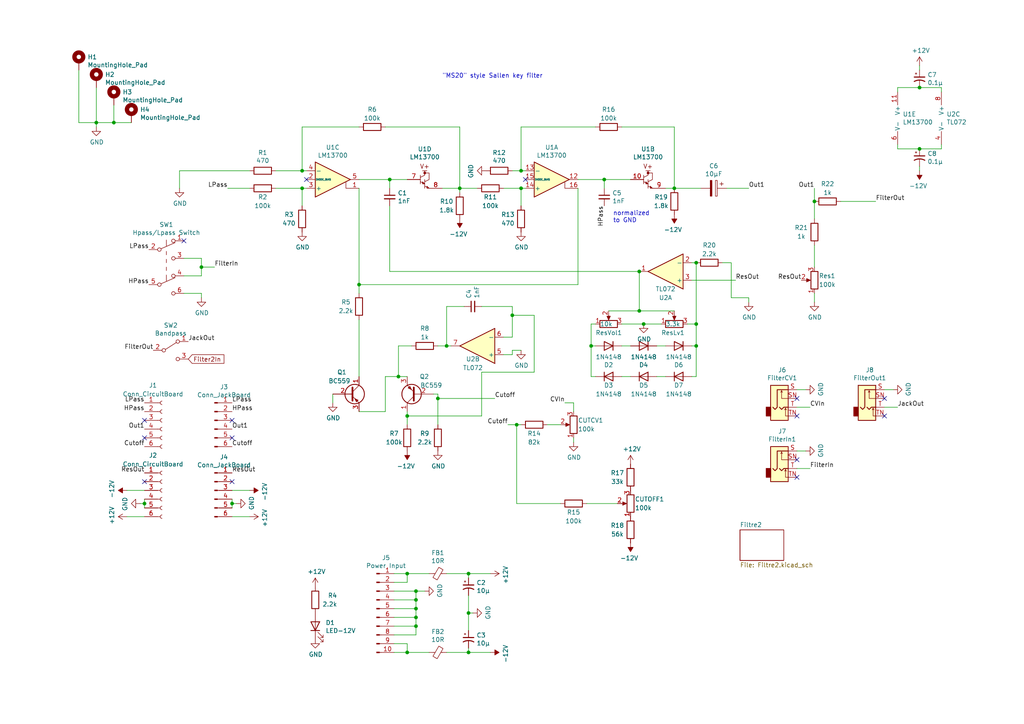
<source format=kicad_sch>
(kicad_sch (version 20211123) (generator eeschema)
  (paper "A4")
  (lib_symbols
    (symbol "Amplifier_Operational:LM13700" (pin_names (offset 0.127))
      (property "Reference" "U" (at 3.81 5.08 0))
      (property "Value" "LM13700" (at 5.08 -5.08 0))
      (symbol "LM13700_1_1"
        (pin output line (at 7.62 0 180) (length 2.54) (name "~") (number "12"))
        (pin input line (at -7.62 2.54 0) (length 2.54) (name "-") (number "13"))
        (pin input line (at -7.62 -2.54 0) (length 2.54) (name "+") (number "14"))
        (pin input line (at -7.62 0 0) (length 2.54) (name "DIODE_BIAS") (number "15"))
        (pin input line (at 7.62 -2.54 180) (length 2.54) (name "~") (number "16"))
      )
      (symbol "LM13700_2_1"
        (text "V+" (at -2.54 3.81 0) (effects (font (size 1.27 1.27))))
        (pin input line (at -7.62 0 0) (length 3.81) (name "~") (number "10"))
        (pin output line (at 2.54 -2.54 180) (length 3.81) (name "~") (number "9"))
      )
      (symbol "LM13700_3_1"
        (pin input line (at 7.62 -2.54 180) (length 2.54) (name "~") (number "1"))
        (pin input line (at -7.62 0 0) (length 2.54) (name "DIODE_BIAS") (number "2"))
        (pin input line (at -7.62 -2.54 0) (length 2.54) (name "+") (number "3"))
        (pin input line (at -7.62 2.54 0) (length 2.54) (name "-") (number "4"))
        (pin output line (at 7.62 0 180) (length 2.54) (name "~") (number "5"))
      )
      (symbol "LM13700_4_0"
        (text "V+" (at -2.54 3.81 0) (effects (font (size 1.27 1.27))))
      )
      (symbol "LM13700_4_1"
        (pin input line (at -7.62 0 0) (length 3.81) (name "~") (number "7"))
        (pin output line (at 2.54 -2.54 180) (length 3.81) (name "~") (number "8"))
      )
      (symbol "LM13700_5_1"
        (pin power_in line (at -2.54 7.62 270) (length 3.81) (name "V+") (number "11"))
        (pin power_in line (at -2.54 -7.62 90) (length 3.81) (name "V-") (number "6"))
      )
    )
    (symbol "Amplifier_Operational:TL072" (pin_names (offset 0.127))
      (property "Reference" "U" (at 0 5.08 0))
      (property "Value" "TL072" (at 0 -5.08 0))
      (symbol "TL072_1_1"
        (pin output line (at 7.62 0 180) (length 2.54) (name "~") (number "1"))
        (pin input line (at -7.62 -2.54 0) (length 2.54) (name "-") (number "2"))
        (pin input line (at -7.62 2.54 0) (length 2.54) (name "+") (number "3"))
      )
      (symbol "TL072_2_1"
        (pin input line (at -7.62 2.54 0) (length 2.54) (name "+") (number "5"))
        (pin input line (at -7.62 -2.54 0) (length 2.54) (name "-") (number "6"))
        (pin output line (at 7.62 0 180) (length 2.54) (name "~") (number "7"))
      )
      (symbol "TL072_3_1"
        (pin power_in line (at -2.54 -7.62 90) (length 3.81) (name "V-") (number "4"))
        (pin power_in line (at -2.54 7.62 270) (length 3.81) (name "V+") (number "8"))
      )
    )
    (symbol "Connector:AudioJack2_Switch"
      (property "Reference" "J" (at 0 11.43 0))
      (property "Value" "AudioJack2_Switch" (at 0 8.89 0))
      (symbol "AudioJack2_Switch_1_1"
        (pin passive line (at 5.08 5.08 180) (length 2.54) (name "~") (number "S"))
        (pin passive line (at 5.08 2.54 180) (length 2.54) (name "~") (number "SN"))
        (pin passive line (at 5.08 0 180) (length 2.54) (name "~") (number "T"))
        (pin passive line (at 5.08 -2.54 180) (length 2.54) (name "~") (number "TN"))
      )
    )
    (symbol "Connector:Conn_01x06_Female" (pin_names (offset 1.016) hide)
      (property "Reference" "J" (at 0 7.62 0))
      (property "Value" "Conn_01x06_Female" (at 0 -10.16 0))
      (symbol "Conn_01x06_Female_1_1"
        (pin passive line (at -5.08 5.08 0) (length 3.81) (name "Pin_1") (number "1"))
        (pin passive line (at -5.08 2.54 0) (length 3.81) (name "Pin_2") (number "2"))
        (pin passive line (at -5.08 0 0) (length 3.81) (name "Pin_3") (number "3"))
        (pin passive line (at -5.08 -2.54 0) (length 3.81) (name "Pin_4") (number "4"))
        (pin passive line (at -5.08 -5.08 0) (length 3.81) (name "Pin_5") (number "5"))
        (pin passive line (at -5.08 -7.62 0) (length 3.81) (name "Pin_6") (number "6"))
      )
    )
    (symbol "Connector:Conn_01x06_Male" (pin_names (offset 1.016) hide)
      (property "Reference" "J" (at 0 7.62 0))
      (property "Value" "Conn_01x06_Male" (at 0 -10.16 0))
      (symbol "Conn_01x06_Male_1_1"
        (pin passive line (at 5.08 5.08 180) (length 3.81) (name "Pin_1") (number "1"))
        (pin passive line (at 5.08 2.54 180) (length 3.81) (name "Pin_2") (number "2"))
        (pin passive line (at 5.08 0 180) (length 3.81) (name "Pin_3") (number "3"))
        (pin passive line (at 5.08 -2.54 180) (length 3.81) (name "Pin_4") (number "4"))
        (pin passive line (at 5.08 -5.08 180) (length 3.81) (name "Pin_5") (number "5"))
        (pin passive line (at 5.08 -7.62 180) (length 3.81) (name "Pin_6") (number "6"))
      )
    )
    (symbol "Connector:Conn_01x10_Male" (pin_names (offset 1.016) hide)
      (property "Reference" "J" (at 0 12.7 0))
      (property "Value" "Conn_01x10_Male" (at 0 -15.24 0))
      (symbol "Conn_01x10_Male_1_1"
        (pin passive line (at 5.08 10.16 180) (length 3.81) (name "Pin_1") (number "1"))
        (pin passive line (at 5.08 -12.7 180) (length 3.81) (name "Pin_10") (number "10"))
        (pin passive line (at 5.08 7.62 180) (length 3.81) (name "Pin_2") (number "2"))
        (pin passive line (at 5.08 5.08 180) (length 3.81) (name "Pin_3") (number "3"))
        (pin passive line (at 5.08 2.54 180) (length 3.81) (name "Pin_4") (number "4"))
        (pin passive line (at 5.08 0 180) (length 3.81) (name "Pin_5") (number "5"))
        (pin passive line (at 5.08 -2.54 180) (length 3.81) (name "Pin_6") (number "6"))
        (pin passive line (at 5.08 -5.08 180) (length 3.81) (name "Pin_7") (number "7"))
        (pin passive line (at 5.08 -7.62 180) (length 3.81) (name "Pin_8") (number "8"))
        (pin passive line (at 5.08 -10.16 180) (length 3.81) (name "Pin_9") (number "9"))
      )
    )
    (symbol "Device:CP" (pin_numbers hide) (pin_names (offset 0.254))
      (property "Reference" "C" (at 0.635 2.54 0))
      (property "Value" "Device_CP" (at 0.635 -2.54 0))
      (symbol "CP_1_1"
        (pin passive line (at 0 3.81 270) (length 2.794) (name "~") (number "1"))
        (pin passive line (at 0 -3.81 90) (length 2.794) (name "~") (number "2"))
      )
    )
    (symbol "Device:CP1_Small" (pin_numbers hide) (pin_names (offset 0.254) hide)
      (property "Reference" "C" (at 0.254 1.778 0))
      (property "Value" "Device_CP1_Small" (at 0.254 -2.032 0))
      (symbol "CP1_Small_1_1"
        (pin passive line (at 0 2.54 270) (length 2.032) (name "~") (number "1"))
        (pin passive line (at 0 -2.54 90) (length 2.032) (name "~") (number "2"))
      )
    )
    (symbol "Device:C_Small" (pin_numbers hide) (pin_names (offset 0.254) hide)
      (property "Reference" "C" (at 0.254 1.778 0))
      (property "Value" "C_Small" (at 0.254 -2.032 0))
      (symbol "C_Small_1_1"
        (pin passive line (at 0 2.54 270) (length 2.032) (name "~") (number "1"))
        (pin passive line (at 0 -2.54 90) (length 2.032) (name "~") (number "2"))
      )
    )
    (symbol "Device:D" (pin_numbers hide) (pin_names (offset 1.016) hide)
      (property "Reference" "D" (at 0 2.54 0))
      (property "Value" "D" (at 0 -2.54 0))
      (symbol "D_1_1"
        (pin passive line (at -3.81 0 0) (length 2.54) (name "K") (number "1"))
        (pin passive line (at 3.81 0 180) (length 2.54) (name "A") (number "2"))
      )
    )
    (symbol "Device:Ferrite_Bead_Small" (pin_numbers hide) (pin_names (offset 0))
      (property "Reference" "FB" (at 1.905 1.27 0))
      (property "Value" "Device_Ferrite_Bead_Small" (at 1.905 -1.27 0))
      (symbol "Ferrite_Bead_Small_1_1"
        (pin passive line (at 0 2.54 270) (length 1.27) (name "~") (number "1"))
        (pin passive line (at 0 -2.54 90) (length 1.27) (name "~") (number "2"))
      )
    )
    (symbol "Device:LED" (pin_numbers hide) (pin_names (offset 1.016) hide)
      (property "Reference" "D" (at 0 2.54 0))
      (property "Value" "LED" (at 0 -2.54 0))
      (symbol "LED_1_1"
        (pin passive line (at -3.81 0 0) (length 2.54) (name "K") (number "1"))
        (pin passive line (at 3.81 0 180) (length 2.54) (name "A") (number "2"))
      )
    )
    (symbol "Device:R" (pin_numbers hide) (pin_names (offset 0))
      (property "Reference" "R" (at 2.032 0 90))
      (property "Value" "R" (at 0 0 90))
      (symbol "R_1_1"
        (pin passive line (at 0 3.81 270) (length 1.27) (name "~") (number "1"))
        (pin passive line (at 0 -3.81 90) (length 1.27) (name "~") (number "2"))
      )
    )
    (symbol "Device:R_POT" (pin_names (offset 1.016) hide)
      (property "Reference" "RV" (at -4.445 0 90))
      (property "Value" "Device_R_POT" (at -2.54 0 90))
      (symbol "R_POT_1_1"
        (pin passive line (at 0 3.81 270) (length 1.27) (name "1") (number "1"))
        (pin passive line (at 3.81 0 180) (length 1.27) (name "2") (number "2"))
        (pin passive line (at 0 -3.81 90) (length 1.27) (name "3") (number "3"))
      )
    )
    (symbol "Mechanical:MountingHole_Pad" (pin_numbers hide) (pin_names (offset 1.016) hide)
      (property "Reference" "H" (at 0 6.35 0))
      (property "Value" "MountingHole_Pad" (at 0 4.445 0))
      (symbol "MountingHole_Pad_1_1"
        (pin input line (at 0 -2.54 90) (length 2.54) (name "1") (number "1"))
      )
    )
    (symbol "Switch:SW_Push_DPDT" (pin_names (offset 0) hide)
      (property "Reference" "SW" (at 0 8.89 0))
      (property "Value" "SW_Push_DPDT" (at 0 -10.16 0))
      (symbol "SW_Push_DPDT_1_1"
        (pin passive line (at 5.08 7.62 180) (length 2.54) (name "A") (number "1"))
        (pin passive line (at -5.08 5.08 0) (length 2.54) (name "B") (number "2"))
        (pin passive line (at 5.08 2.54 180) (length 2.54) (name "C") (number "3"))
        (pin passive line (at 5.08 -2.54 180) (length 2.54) (name "A") (number "4"))
        (pin passive line (at -5.08 -5.08 0) (length 2.54) (name "B") (number "5"))
        (pin passive line (at 5.08 -7.62 180) (length 2.54) (name "C") (number "6"))
      )
    )
    (symbol "Switch:SW_SPDT" (pin_names (offset 0) hide)
      (property "Reference" "SW" (at 0 4.318 0))
      (property "Value" "SW_SPDT" (at 0 -5.08 0))
      (symbol "SW_SPDT_1_1"
        (pin passive line (at 5.08 2.54 180) (length 2.54) (name "A") (number "1"))
        (pin passive line (at -5.08 0 0) (length 2.54) (name "B") (number "2"))
        (pin passive line (at 5.08 -2.54 180) (length 2.54) (name "C") (number "3"))
      )
    )
    (symbol "Transistor_BJT:BC559" (pin_names (offset 0) hide)
      (property "Reference" "Q" (at 5.08 1.905 0))
      (property "Value" "BC559" (at 5.08 0 0))
      (symbol "BC559_1_1"
        (pin passive line (at 2.54 5.08 270) (length 2.54) (name "C") (number "1"))
        (pin input line (at -5.08 0 0) (length 5.715) (name "B") (number "2"))
        (pin passive line (at 2.54 -5.08 90) (length 2.54) (name "E") (number "3"))
      )
    )
    (symbol "power:+12V" (power) (pin_names (offset 0))
      (property "Value" "+12V" (at 0 3.556 0))
      (symbol "+12V_1_1"
        (pin power_in line (at 0 0 90) (length 0) hide (name "+12V") (number "1"))
      )
    )
    (symbol "power:-12V" (power) (pin_names (offset 0))
      (property "Value" "-12V" (at 0 3.81 0))
      (symbol "-12V_0_0"
        (pin power_in line (at 0 0 90) (length 0) hide (name "-12V") (number "1"))
      )
    )
    (symbol "power:GND" (power) (pin_names (offset 0))
      (property "Value" "GND" (at 0 -3.81 0))
      (symbol "GND_1_1"
        (pin power_in line (at 0 0 270) (length 0) hide (name "GND") (number "1"))
      )
    )
  )
  (junction (at 118.11 120.65))
  (junction (at 104.14 82.55))
  (junction (at 186.69 93.98))
  (junction (at 120.65 179.07))
  (junction (at 133.35 54.61))
  (junction (at 58.42 77.47))
  (junction (at 201.93 93.98))
  (junction (at 33.02 35.56))
  (junction (at 151.13 49.53))
  (junction (at 129.54 100.33))
  (junction (at 113.03 52.07))
  (junction (at 201.93 76.2))
  (junction (at 135.89 189.23))
  (junction (at 148.59 91.44))
  (junction (at 171.45 100.33))
  (junction (at 149.86 123.19))
  (junction (at 120.65 181.61))
  (junction (at 118.11 166.37))
  (junction (at 120.65 176.53))
  (junction (at 185.42 90.17))
  (junction (at 266.7 43.18))
  (junction (at 151.13 54.61))
  (junction (at 201.93 100.33))
  (junction (at 120.65 173.99))
  (junction (at 27.94 35.56))
  (junction (at 87.63 54.61))
  (junction (at 120.65 171.45))
  (junction (at 135.89 177.8))
  (junction (at 135.89 166.37))
  (junction (at 195.58 54.61))
  (junction (at 67.31 146.05))
  (junction (at 236.22 58.42))
  (junction (at 266.7 25.4))
  (junction (at 118.11 189.23))
  (junction (at 87.63 49.53))
  (junction (at 127 115.57))
  (junction (at 175.26 52.07))
  (junction (at 185.42 78.74))
  (junction (at 41.91 146.05))
  (junction (at 115.57 109.22))
  (no_connect (at 53.34 69.85))
  (no_connect (at 256.54 120.65))
  (no_connect (at 231.14 133.35))
  (no_connect (at 41.91 127))
  (no_connect (at 41.91 121.92))
  (no_connect (at 152.4 52.07))
  (no_connect (at 67.31 121.92))
  (no_connect (at 231.14 120.65))
  (no_connect (at 231.14 115.57))
  (no_connect (at 41.91 139.7))
  (no_connect (at 67.31 139.7))
  (no_connect (at 67.31 127))
  (no_connect (at 256.54 115.57))
  (no_connect (at 231.14 138.43))
  (no_connect (at 88.9 52.07))
  (wire (pts (xy 58.42 74.93) (xy 58.42 77.47)))
  (wire (pts (xy 120.65 181.61) (xy 120.65 179.07)))
  (wire (pts (xy 148.59 91.44) (xy 148.59 88.9)))
  (wire (pts (xy 67.31 142.24) (xy 72.39 142.24)))
  (wire (pts (xy 231.14 130.81) (xy 233.68 130.81)))
  (wire (pts (xy 201.93 93.98) (xy 201.93 100.33)))
  (wire (pts (xy 87.63 54.61) (xy 87.63 59.69)))
  (wire (pts (xy 118.11 120.65) (xy 139.7 120.65)))
  (wire (pts (xy 200.66 100.33) (xy 201.93 100.33)))
  (wire (pts (xy 41.91 144.78) (xy 41.91 146.05)))
  (wire (pts (xy 135.89 187.96) (xy 135.89 189.23)))
  (wire (pts (xy 166.37 127) (xy 166.37 128.27)))
  (wire (pts (xy 171.45 100.33) (xy 171.45 109.22)))
  (wire (pts (xy 171.45 109.22) (xy 172.72 109.22)))
  (wire (pts (xy 38.1 35.56) (xy 33.02 35.56)))
  (wire (pts (xy 236.22 87.63) (xy 236.22 85.09)))
  (wire (pts (xy 72.39 49.53) (xy 52.07 49.53)))
  (wire (pts (xy 185.42 78.74) (xy 113.03 78.74)))
  (wire (pts (xy 125.73 114.3) (xy 127 114.3)))
  (wire (pts (xy 135.89 189.23) (xy 142.24 189.23)))
  (wire (pts (xy 127 114.3) (xy 127 115.57)))
  (wire (pts (xy 182.88 109.22) (xy 180.34 109.22)))
  (wire (pts (xy 185.42 78.74) (xy 185.42 90.17)))
  (wire (pts (xy 123.19 171.45) (xy 120.65 171.45)))
  (wire (pts (xy 114.3 171.45) (xy 120.65 171.45)))
  (wire (pts (xy 135.89 172.72) (xy 135.89 177.8)))
  (wire (pts (xy 209.55 76.2) (xy 212.09 76.2)))
  (wire (pts (xy 151.13 49.53) (xy 152.4 49.53)))
  (wire (pts (xy 114.3 168.91) (xy 118.11 168.91)))
  (wire (pts (xy 175.26 52.07) (xy 175.26 54.61)))
  (wire (pts (xy 139.7 120.65) (xy 139.7 107.95)))
  (wire (pts (xy 148.59 97.79) (xy 148.59 91.44)))
  (wire (pts (xy 113.03 78.74) (xy 113.03 59.69)))
  (wire (pts (xy 128.27 54.61) (xy 133.35 54.61)))
  (wire (pts (xy 104.14 82.55) (xy 104.14 54.61)))
  (wire (pts (xy 115.57 100.33) (xy 115.57 109.22)))
  (wire (pts (xy 114.3 186.69) (xy 118.11 186.69)))
  (wire (pts (xy 151.13 54.61) (xy 146.05 54.61)))
  (wire (pts (xy 180.34 93.98) (xy 186.69 93.98)))
  (wire (pts (xy 167.64 82.55) (xy 104.14 82.55)))
  (wire (pts (xy 120.65 171.45) (xy 120.65 173.99)))
  (wire (pts (xy 172.72 100.33) (xy 171.45 100.33)))
  (wire (pts (xy 118.11 120.65) (xy 118.11 123.19)))
  (wire (pts (xy 127 100.33) (xy 129.54 100.33)))
  (wire (pts (xy 256.54 113.03) (xy 259.08 113.03)))
  (wire (pts (xy 114.3 173.99) (xy 120.65 173.99)))
  (wire (pts (xy 72.39 54.61) (xy 66.04 54.61)))
  (wire (pts (xy 234.95 135.89) (xy 231.14 135.89)))
  (wire (pts (xy 58.42 85.09) (xy 53.34 85.09)))
  (wire (pts (xy 104.14 119.38) (xy 111.76 119.38)))
  (wire (pts (xy 120.65 179.07) (xy 120.65 176.53)))
  (wire (pts (xy 22.86 20.32) (xy 22.86 35.56)))
  (wire (pts (xy 212.09 76.2) (xy 212.09 86.36)))
  (wire (pts (xy 236.22 71.12) (xy 236.22 77.47)))
  (wire (pts (xy 212.09 86.36) (xy 217.17 86.36)))
  (wire (pts (xy 149.86 123.19) (xy 147.32 123.19)))
  (wire (pts (xy 203.2 54.61) (xy 195.58 54.61)))
  (wire (pts (xy 87.63 36.83) (xy 87.63 49.53)))
  (wire (pts (xy 87.63 49.53) (xy 80.01 49.53)))
  (wire (pts (xy 52.07 49.53) (xy 52.07 54.61)))
  (wire (pts (xy 33.02 35.56) (xy 27.94 35.56)))
  (wire (pts (xy 154.94 107.95) (xy 154.94 91.44)))
  (wire (pts (xy 167.64 54.61) (xy 167.64 82.55)))
  (wire (pts (xy 193.04 109.22) (xy 190.5 109.22)))
  (wire (pts (xy 135.89 166.37) (xy 142.24 166.37)))
  (wire (pts (xy 179.07 146.05) (xy 170.18 146.05)))
  (wire (pts (xy 195.58 36.83) (xy 180.34 36.83)))
  (wire (pts (xy 260.35 43.18) (xy 266.7 43.18)))
  (wire (pts (xy 151.13 54.61) (xy 151.13 59.69)))
  (wire (pts (xy 114.3 189.23) (xy 118.11 189.23)))
  (wire (pts (xy 180.34 100.33) (xy 182.88 100.33)))
  (wire (pts (xy 135.89 167.64) (xy 135.89 166.37)))
  (wire (pts (xy 111.76 109.22) (xy 115.57 109.22)))
  (wire (pts (xy 201.93 100.33) (xy 201.93 109.22)))
  (wire (pts (xy 201.93 93.98) (xy 199.39 93.98)))
  (wire (pts (xy 186.69 93.98) (xy 191.77 93.98)))
  (wire (pts (xy 148.59 101.6) (xy 151.13 101.6)))
  (wire (pts (xy 127 115.57) (xy 127 123.19)))
  (wire (pts (xy 146.05 102.87) (xy 148.59 102.87)))
  (wire (pts (xy 134.62 88.9) (xy 129.54 88.9)))
  (wire (pts (xy 96.52 114.3) (xy 96.52 116.84)))
  (wire (pts (xy 260.35 25.4) (xy 260.35 26.67)))
  (wire (pts (xy 210.82 54.61) (xy 217.17 54.61)))
  (wire (pts (xy 146.05 97.79) (xy 148.59 97.79)))
  (wire (pts (xy 67.31 144.78) (xy 67.31 146.05)))
  (wire (pts (xy 113.03 52.07) (xy 118.11 52.07)))
  (wire (pts (xy 118.11 166.37) (xy 124.46 166.37)))
  (wire (pts (xy 273.05 26.67) (xy 273.05 25.4)))
  (wire (pts (xy 162.56 123.19) (xy 158.75 123.19)))
  (wire (pts (xy 148.59 102.87) (xy 148.59 101.6)))
  (wire (pts (xy 120.65 184.15) (xy 120.65 181.61)))
  (wire (pts (xy 135.89 177.8) (xy 137.16 177.8)))
  (wire (pts (xy 113.03 52.07) (xy 113.03 54.61)))
  (wire (pts (xy 148.59 49.53) (xy 151.13 49.53)))
  (wire (pts (xy 62.23 77.47) (xy 58.42 77.47)))
  (wire (pts (xy 104.14 82.55) (xy 104.14 85.09)))
  (wire (pts (xy 139.7 107.95) (xy 154.94 107.95)))
  (wire (pts (xy 104.14 52.07) (xy 113.03 52.07)))
  (wire (pts (xy 149.86 146.05) (xy 162.56 146.05)))
  (wire (pts (xy 27.94 25.4) (xy 27.94 35.56)))
  (wire (pts (xy 41.91 146.05) (xy 40.64 146.05)))
  (wire (pts (xy 236.22 58.42) (xy 236.22 63.5)))
  (wire (pts (xy 133.35 54.61) (xy 138.43 54.61)))
  (wire (pts (xy 80.01 54.61) (xy 87.63 54.61)))
  (wire (pts (xy 213.36 81.28) (xy 200.66 81.28)))
  (wire (pts (xy 243.84 58.42) (xy 254 58.42)))
  (wire (pts (xy 58.42 80.01) (xy 53.34 80.01)))
  (wire (pts (xy 234.95 118.11) (xy 231.14 118.11)))
  (wire (pts (xy 266.7 20.32) (xy 266.7 19.05)))
  (wire (pts (xy 148.59 88.9) (xy 139.7 88.9)))
  (wire (pts (xy 127 115.57) (xy 143.51 115.57)))
  (wire (pts (xy 135.89 177.8) (xy 135.89 182.88)))
  (wire (pts (xy 167.64 52.07) (xy 175.26 52.07)))
  (wire (pts (xy 151.13 123.19) (xy 149.86 123.19)))
  (wire (pts (xy 33.02 30.48) (xy 33.02 35.56)))
  (wire (pts (xy 67.31 146.05) (xy 68.58 146.05)))
  (wire (pts (xy 266.7 25.4) (xy 260.35 25.4)))
  (wire (pts (xy 120.65 173.99) (xy 120.65 176.53)))
  (wire (pts (xy 190.5 100.33) (xy 193.04 100.33)))
  (wire (pts (xy 133.35 55.88) (xy 133.35 54.61)))
  (wire (pts (xy 104.14 36.83) (xy 87.63 36.83)))
  (wire (pts (xy 118.11 119.38) (xy 118.11 120.65)))
  (wire (pts (xy 217.17 86.36) (xy 217.17 87.63)))
  (wire (pts (xy 266.7 48.26) (xy 266.7 49.53)))
  (wire (pts (xy 185.42 90.17) (xy 195.58 90.17)))
  (wire (pts (xy 260.35 118.11) (xy 256.54 118.11)))
  (wire (pts (xy 201.93 76.2) (xy 201.93 93.98)))
  (wire (pts (xy 22.86 35.56) (xy 27.94 35.56)))
  (wire (pts (xy 172.72 36.83) (xy 151.13 36.83)))
  (wire (pts (xy 118.11 186.69) (xy 118.11 189.23)))
  (wire (pts (xy 27.94 35.56) (xy 27.94 36.83)))
  (wire (pts (xy 133.35 54.61) (xy 133.35 36.83)))
  (wire (pts (xy 118.11 168.91) (xy 118.11 166.37)))
  (wire (pts (xy 114.3 184.15) (xy 120.65 184.15)))
  (wire (pts (xy 72.39 149.86) (xy 67.31 149.86)))
  (wire (pts (xy 119.38 100.33) (xy 115.57 100.33)))
  (wire (pts (xy 115.57 109.22) (xy 118.11 109.22)))
  (wire (pts (xy 163.83 116.84) (xy 166.37 116.84)))
  (wire (pts (xy 114.3 181.61) (xy 120.65 181.61)))
  (wire (pts (xy 195.58 54.61) (xy 195.58 36.83)))
  (wire (pts (xy 111.76 119.38) (xy 111.76 109.22)))
  (wire (pts (xy 185.42 90.17) (xy 176.53 90.17)))
  (wire (pts (xy 67.31 146.05) (xy 67.31 147.32)))
  (wire (pts (xy 114.3 166.37) (xy 118.11 166.37)))
  (wire (pts (xy 120.65 176.53) (xy 114.3 176.53)))
  (wire (pts (xy 193.04 54.61) (xy 195.58 54.61)))
  (wire (pts (xy 129.54 166.37) (xy 135.89 166.37)))
  (wire (pts (xy 151.13 36.83) (xy 151.13 49.53)))
  (wire (pts (xy 114.3 179.07) (xy 120.65 179.07)))
  (wire (pts (xy 41.91 142.24) (xy 36.83 142.24)))
  (wire (pts (xy 175.26 52.07) (xy 182.88 52.07)))
  (wire (pts (xy 273.05 25.4) (xy 266.7 25.4)))
  (wire (pts (xy 231.14 113.03) (xy 233.68 113.03)))
  (wire (pts (xy 104.14 92.71) (xy 104.14 109.22)))
  (wire (pts (xy 151.13 54.61) (xy 152.4 54.61)))
  (wire (pts (xy 149.86 123.19) (xy 149.86 146.05)))
  (wire (pts (xy 129.54 88.9) (xy 129.54 100.33)))
  (wire (pts (xy 201.93 76.2) (xy 200.66 76.2)))
  (wire (pts (xy 58.42 77.47) (xy 58.42 80.01)))
  (wire (pts (xy 88.9 49.53) (xy 87.63 49.53)))
  (wire (pts (xy 201.93 109.22) (xy 200.66 109.22)))
  (wire (pts (xy 41.91 146.05) (xy 41.91 147.32)))
  (wire (pts (xy 41.91 149.86) (xy 36.83 149.86)))
  (wire (pts (xy 87.63 54.61) (xy 88.9 54.61)))
  (wire (pts (xy 236.22 54.61) (xy 236.22 58.42)))
  (wire (pts (xy 154.94 91.44) (xy 148.59 91.44)))
  (wire (pts (xy 129.54 189.23) (xy 135.89 189.23)))
  (wire (pts (xy 53.34 74.93) (xy 58.42 74.93)))
  (wire (pts (xy 171.45 93.98) (xy 171.45 100.33)))
  (wire (pts (xy 260.35 41.91) (xy 260.35 43.18)))
  (wire (pts (xy 133.35 36.83) (xy 111.76 36.83)))
  (wire (pts (xy 273.05 43.18) (xy 266.7 43.18)))
  (wire (pts (xy 172.72 93.98) (xy 171.45 93.98)))
  (wire (pts (xy 166.37 116.84) (xy 166.37 119.38)))
  (wire (pts (xy 58.42 86.36) (xy 58.42 85.09)))
  (wire (pts (xy 118.11 189.23) (xy 124.46 189.23)))
  (wire (pts (xy 129.54 100.33) (xy 130.81 100.33)))
  (wire (pts (xy 273.05 41.91) (xy 273.05 43.18)))
  (text "normalized \nto GND" (at 177.8 64.77 0) (effects (font (size 1.27 1.27)) (justify left bottom)))
  (text "\"MS20\" style Sallen key filter" (at 128.27 22.86 0) (effects (font (size 1.27 1.27)) (justify left bottom)))
  (label "HPass" (at 175.26 59.69 270))
  (label "ResOut" (at 232.41 81.28 180))
  (label "FilterIn" (at 234.95 135.89 0))
  (label "JackOut" (at 260.35 118.11 0))
  (label "LPass" (at 67.31 116.84 0))
  (label "FilterOut" (at 44.45 101.6 180))
  (label "LPass" (at 66.04 54.61 180))
  (label "Cutoff" (at 41.91 129.54 180))
  (label "CVIn" (at 234.95 118.11 0))
  (label "HPass" (at 41.91 119.38 180))
  (label "ResOut" (at 41.91 137.16 180))
  (label "Cutoff" (at 67.31 129.54 0))
  (label "HPass" (at 43.18 82.55 180))
  (label "FilterOut" (at 254 58.42 0))
  (label "Cutoff" (at 143.51 115.57 0))
  (label "ResOut" (at 67.31 137.16 0))
  (label "LPass" (at 43.18 72.39 180))
  (label "Out1" (at 67.31 124.46 0))
  (label "HPass" (at 67.31 119.38 0))
  (label "Out1" (at 41.91 124.46 180))
  (label "LPass" (at 41.91 116.84 180))
  (label "CVIn" (at 163.83 116.84 180))
  (label "Cutoff" (at 147.32 123.19 180))
  (label "FilterIn" (at 62.23 77.47 0))
  (label "ResOut" (at 213.36 81.28 0))
  (label "JackOut" (at 54.61 99.06 0))
  (label "Out1" (at 236.22 54.61 180))
  (label "Out1" (at 217.17 54.61 0))
  (global_label "Filter2In" (shape input) (at 54.61 104.14 0) (property "Intersheet References" "${INTERSHEET_REFS}" (effects hide)))
  (symbol (lib_id "Amplifier_Operational:LM13700") (at 160.02 52.07 0) (unit 1)
    (property "Reference" "U1" (at 160.02 42.7482 0))
    (property "Value" "LM13700" (at 160.02 45.0596 0))
    (property "Footprint" "Package_DIP:DIP-16_W7.62mm_Socket" (effects hide))
    (property "Datasheet" "http://www.ti.com/lit/ds/symlink/lm13700.pdf" (effects hide))
  )
  (symbol (lib_id "Amplifier_Operational:LM13700") (at 96.52 52.07 0) (unit 3)
    (property "Reference" "U1" (at 96.52 42.7482 0))
    (property "Value" "LM13700" (at 96.52 45.0596 0))
    (property "Footprint" "Package_DIP:DIP-16_W7.62mm_Socket" (effects hide))
    (property "Datasheet" "http://www.ti.com/lit/ds/symlink/lm13700.pdf" (effects hide))
  )
  (symbol (lib_id "Amplifier_Operational:LM13700") (at 190.5 52.07 0) (unit 2)
    (property "Reference" "U1" (at 187.96 43.2308 0))
    (property "Value" "LM13700" (at 187.96 45.5422 0))
    (property "Footprint" "Package_DIP:DIP-16_W7.62mm_Socket" (effects hide))
    (property "Datasheet" "http://www.ti.com/lit/ds/symlink/lm13700.pdf" (effects hide))
  )
  (symbol (lib_id "Amplifier_Operational:LM13700") (at 125.73 52.07 0) (unit 4)
    (property "Reference" "U1" (at 123.19 43.2308 0))
    (property "Value" "LM13700" (at 123.19 45.5422 0))
    (property "Footprint" "Package_DIP:DIP-16_W7.62mm_Socket" (effects hide))
    (property "Datasheet" "http://www.ti.com/lit/ds/symlink/lm13700.pdf" (effects hide))
  )
  (symbol (lib_id "Amplifier_Operational:TL072") (at 193.04 78.74 180) (unit 1)
    (property "Reference" "U2" (at 193.04 86.36 0))
    (property "Value" "TL072" (at 193.04 83.82 0))
    (property "Footprint" "Package_DIP:DIP-8_W7.62mm_Socket" (effects hide))
    (property "Datasheet" "http://www.ti.com/lit/ds/symlink/tl071.pdf" (effects hide))
  )
  (symbol (lib_id "Amplifier_Operational:TL072") (at 138.43 100.33 180) (unit 2)
    (property "Reference" "U2" (at 137.16 104.14 0))
    (property "Value" "TL072" (at 137.16 106.68 0))
    (property "Footprint" "Package_DIP:DIP-8_W7.62mm_Socket" (effects hide))
    (property "Datasheet" "http://www.ti.com/lit/ds/symlink/tl071.pdf" (effects hide))
  )
  (symbol (lib_id "Device:R") (at 76.2 54.61 90) (unit 1)
    (property "Reference" "R2" (at 76.2 57.15 90))
    (property "Value" "100k" (at 76.2 59.69 90))
    (property "Footprint" "Resistor_THT:R_Axial_DIN0207_L6.3mm_D2.5mm_P10.16mm_Horizontal" (effects hide))
  )
  (symbol (lib_id "Device:R") (at 76.2 49.53 90) (unit 1)
    (property "Reference" "R1" (at 76.2 44.2722 90))
    (property "Value" "470" (at 76.2 46.5836 90))
    (property "Footprint" "Resistor_THT:R_Axial_DIN0207_L6.3mm_D2.5mm_P10.16mm_Horizontal" (effects hide))
  )
  (symbol (lib_id "Device:R") (at 87.63 63.5 180) (unit 1)
    (property "Reference" "R3" (at 83.82 62.23 0))
    (property "Value" "470" (at 83.82 64.77 0))
    (property "Footprint" "Resistor_THT:R_Axial_DIN0207_L6.3mm_D2.5mm_P10.16mm_Horizontal" (effects hide))
  )
  (symbol (lib_id "power:GND") (at 87.63 67.31 0) (unit 1)
    (property "Reference" "#PWR09" (effects hide))
    (property "Value" "GND" (at 87.757 71.7042 0))
  )
  (symbol (lib_id "power:GND") (at 52.07 54.61 0) (unit 1)
    (property "Reference" "#PWR04" (effects hide))
    (property "Value" "GND" (at 52.197 59.0042 0))
  )
  (symbol (lib_id "Switch:SW_Push_DPDT") (at 48.26 77.47 0)
    (property "Reference" "SW1" (at 48.26 65.151 0))
    (property "Value" "Hpass/Lpass Switch" (at 48.26 67.4624 0))
    (property "Footprint" "Synth:SW_DPDT_Toggle" (effects hide))
    (property "Comment " "DPDT Switch, On-Off-On " (effects hide))
  )
  (symbol (lib_id "Device:R") (at 107.95 36.83 90) (unit 1)
    (property "Reference" "R6" (at 107.95 31.75 90))
    (property "Value" "100k" (at 107.95 34.29 90))
    (property "Footprint" "Resistor_THT:R_Axial_DIN0207_L6.3mm_D2.5mm_P10.16mm_Horizontal" (effects hide))
  )
  (symbol (lib_id "Device:R") (at 133.35 59.69 180) (unit 1)
    (property "Reference" "R10" (at 129.54 58.42 0))
    (property "Value" "1.8k" (at 129.54 60.96 0))
    (property "Footprint" "Resistor_THT:R_Axial_DIN0207_L6.3mm_D2.5mm_P10.16mm_Horizontal" (effects hide))
  )
  (symbol (lib_id "power:-12V") (at 133.35 63.5 180) (unit 1)
    (property "Reference" "#PWR016" (effects hide))
    (property "Value" "-12V" (at 132.969 67.8942 0))
  )
  (symbol (lib_id "Device:R") (at 144.78 49.53 90) (unit 1)
    (property "Reference" "R12" (at 144.78 44.2722 90))
    (property "Value" "470" (at 144.78 46.5836 90))
    (property "Footprint" "Resistor_THT:R_Axial_DIN0207_L6.3mm_D2.5mm_P10.16mm_Horizontal" (effects hide))
  )
  (symbol (lib_id "power:GND") (at 140.97 49.53 270) (unit 1)
    (property "Reference" "#PWR018" (effects hide))
    (property "Value" "GND" (at 136.5758 49.657 0))
  )
  (symbol (lib_id "Device:R") (at 176.53 36.83 90) (unit 1)
    (property "Reference" "R16" (at 176.53 31.75 90))
    (property "Value" "100k" (at 176.53 34.29 90))
    (property "Footprint" "Resistor_THT:R_Axial_DIN0207_L6.3mm_D2.5mm_P10.16mm_Horizontal" (effects hide))
  )
  (symbol (lib_id "Device:R") (at 142.24 54.61 90) (unit 1)
    (property "Reference" "R11" (at 142.24 57.15 90))
    (property "Value" "100k" (at 142.24 59.69 90))
    (property "Footprint" "Resistor_THT:R_Axial_DIN0207_L6.3mm_D2.5mm_P10.16mm_Horizontal" (effects hide))
  )
  (symbol (lib_id "Device:R") (at 151.13 63.5 180) (unit 1)
    (property "Reference" "R13" (at 147.32 62.23 0))
    (property "Value" "470" (at 147.32 64.77 0))
    (property "Footprint" "Resistor_THT:R_Axial_DIN0207_L6.3mm_D2.5mm_P10.16mm_Horizontal" (effects hide))
  )
  (symbol (lib_id "power:GND") (at 151.13 67.31 0) (unit 1)
    (property "Reference" "#PWR021" (effects hide))
    (property "Value" "GND" (at 151.257 71.7042 0))
  )
  (symbol (lib_id "Device:C_Small") (at 175.26 57.15 0) (unit 1)
    (property "Reference" "C5" (at 177.5968 55.9816 0) (effects (justify left)))
    (property "Value" "1nF" (at 177.5968 58.293 0) (effects (justify left)))
    (property "Footprint" "Capacitor_THT:C_Disc_D7.0mm_W2.5mm_P5.00mm" (effects hide))
  )
  (symbol (lib_id "power:GND") (at 58.42 86.36 0) (unit 1)
    (property "Reference" "#PWR05" (effects hide))
    (property "Value" "GND" (at 58.547 90.7542 0))
  )
  (symbol (lib_id "Device:C_Small") (at 113.03 57.15 0) (unit 1)
    (property "Reference" "C1" (at 115.3668 55.9816 0) (effects (justify left)))
    (property "Value" "1nF" (at 115.3668 58.293 0) (effects (justify left)))
    (property "Footprint" "Capacitor_THT:C_Disc_D7.0mm_W2.5mm_P5.00mm" (effects hide))
  )
  (symbol (lib_id "Device:R") (at 195.58 58.42 180) (unit 1)
    (property "Reference" "R19" (at 191.77 57.15 0))
    (property "Value" "1.8k" (at 191.77 59.69 0))
    (property "Footprint" "Resistor_THT:R_Axial_DIN0207_L6.3mm_D2.5mm_P10.16mm_Horizontal" (effects hide))
  )
  (symbol (lib_id "power:-12V") (at 195.58 62.23 180) (unit 1)
    (property "Reference" "#PWR027" (effects hide))
    (property "Value" "-12V" (at 195.199 66.6242 0))
  )
  (symbol (lib_id "Device:CP") (at 207.01 54.61 270) (unit 1)
    (property "Reference" "C6" (at 207.01 48.133 90))
    (property "Value" "10µF" (at 207.01 50.4444 90))
    (property "Footprint" "Capacitor_THT:CP_Radial_D5.0mm_P2.00mm" (effects hide))
  )
  (symbol (lib_id "Device:R") (at 240.03 58.42 270) (unit 1)
    (property "Reference" "R22" (at 240.03 53.34 90))
    (property "Value" "1k" (at 240.03 55.88 90))
    (property "Footprint" "Resistor_THT:R_Axial_DIN0207_L6.3mm_D2.5mm_P10.16mm_Horizontal" (effects hide))
  )
  (symbol (lib_id "Device:R") (at 236.22 67.31 180) (unit 1)
    (property "Reference" "R21" (at 232.41 66.04 0))
    (property "Value" "1k" (at 232.41 68.58 0))
    (property "Footprint" "Resistor_THT:R_Axial_DIN0207_L6.3mm_D2.5mm_P10.16mm_Horizontal" (effects hide))
  )
  (symbol (lib_id "Device:R_POT") (at 236.22 81.28 180) (unit 1)
    (property "Reference" "Res1" (at 237.49 80.01 0) (effects (justify right)))
    (property "Value" "100k" (at 237.49 82.55 0) (effects (justify right)))
    (property "Footprint" "Potentiometer_THT:Potentiometer_Bourns_PTV09A-1_Single_Vertical" (effects hide))
  )
  (symbol (lib_id "power:GND") (at 217.17 87.63 0) (unit 1)
    (property "Reference" "#PWR028" (effects hide))
    (property "Value" "GND" (at 217.297 92.0242 0))
  )
  (symbol (lib_id "Device:R") (at 205.74 76.2 270) (unit 1)
    (property "Reference" "R20" (at 205.74 71.12 90))
    (property "Value" "2.2k" (at 205.74 73.66 90))
    (property "Footprint" "Resistor_THT:R_Axial_DIN0207_L6.3mm_D2.5mm_P10.16mm_Horizontal" (effects hide))
  )
  (symbol (lib_id "Device:D") (at 196.85 109.22 0) (unit 1)
    (property "Reference" "D7" (at 196.85 111.76 0))
    (property "Value" "1N4148" (at 196.85 114.3 0))
    (property "Footprint" "Diode_THT:D_DO-35_SOD27_P7.62mm_Horizontal" (effects hide))
  )
  (symbol (lib_id "Device:D") (at 186.69 109.22 0) (unit 1)
    (property "Reference" "D5" (at 186.69 111.76 0))
    (property "Value" "1N4148" (at 186.69 114.3 0))
    (property "Footprint" "Diode_THT:D_DO-35_SOD27_P7.62mm_Horizontal" (effects hide))
  )
  (symbol (lib_id "Device:D") (at 176.53 109.22 0) (unit 1)
    (property "Reference" "D3" (at 176.53 111.76 0))
    (property "Value" "1N4148" (at 176.53 114.3 0))
    (property "Footprint" "Diode_THT:D_DO-35_SOD27_P7.62mm_Horizontal" (effects hide))
  )
  (symbol (lib_id "Device:D") (at 176.53 100.33 180) (unit 1)
    (property "Reference" "D2" (at 176.53 105.8418 0))
    (property "Value" "1N4148" (at 176.53 103.5304 0))
    (property "Footprint" "Diode_THT:D_DO-35_SOD27_P7.62mm_Horizontal" (effects hide))
  )
  (symbol (lib_id "Device:D") (at 186.69 100.33 180) (unit 1)
    (property "Reference" "D4" (at 186.69 105.8418 0))
    (property "Value" "1N4148" (at 186.69 103.5304 0))
    (property "Footprint" "Diode_THT:D_DO-35_SOD27_P7.62mm_Horizontal" (effects hide))
  )
  (symbol (lib_id "Device:D") (at 196.85 100.33 180) (unit 1)
    (property "Reference" "D6" (at 196.85 105.8418 0))
    (property "Value" "1N4148" (at 196.85 103.5304 0))
    (property "Footprint" "Diode_THT:D_DO-35_SOD27_P7.62mm_Horizontal" (effects hide))
  )
  (symbol (lib_id "Device:R") (at 104.14 88.9 180) (unit 1)
    (property "Reference" "R5" (at 100.33 87.63 0))
    (property "Value" "2.2k" (at 100.33 90.17 0))
    (property "Footprint" "Resistor_THT:R_Axial_DIN0207_L6.3mm_D2.5mm_P10.16mm_Horizontal" (effects hide))
  )
  (symbol (lib_id "Device:R_POT") (at 182.88 146.05 180) (unit 1)
    (property "Reference" "CUTOFF1" (at 184.15 144.78 0) (effects (justify right)))
    (property "Value" "100k" (at 184.15 147.32 0) (effects (justify right)))
    (property "Footprint" "Potentiometer_THT:Potentiometer_Bourns_PTV09A-1_Single_Vertical" (effects hide))
  )
  (symbol (lib_id "power:-12V") (at 182.88 157.48 180) (unit 1)
    (property "Reference" "#PWR025" (effects hide))
    (property "Value" "-12V" (at 182.499 161.8742 0))
  )
  (symbol (lib_id "Device:R") (at 182.88 153.67 180) (unit 1)
    (property "Reference" "R18" (at 179.07 152.4 0))
    (property "Value" "56k" (at 179.07 154.94 0))
    (property "Footprint" "Resistor_THT:R_Axial_DIN0207_L6.3mm_D2.5mm_P10.16mm_Horizontal" (effects hide))
  )
  (symbol (lib_id "Device:R") (at 182.88 138.43 180) (unit 1)
    (property "Reference" "R17" (at 179.07 137.16 0))
    (property "Value" "33k" (at 179.07 139.7 0))
    (property "Footprint" "Resistor_THT:R_Axial_DIN0207_L6.3mm_D2.5mm_P10.16mm_Horizontal" (effects hide))
  )
  (symbol (lib_id "power:+12V") (at 182.88 134.62 0) (unit 1)
    (property "Reference" "#PWR024" (effects hide))
    (property "Value" "+12V" (at 183.261 130.2258 0))
  )
  (symbol (lib_id "Device:R") (at 166.37 146.05 90) (unit 1)
    (property "Reference" "R15" (at 166.37 148.59 90))
    (property "Value" "100k" (at 166.37 151.13 90))
    (property "Footprint" "Resistor_THT:R_Axial_DIN0207_L6.3mm_D2.5mm_P10.16mm_Horizontal" (effects hide))
  )
  (symbol (lib_id "Device:R_POT") (at 166.37 123.19 180) (unit 1)
    (property "Reference" "CUTCV1" (at 167.64 121.92 0) (effects (justify right)))
    (property "Value" "100k" (at 167.64 124.46 0) (effects (justify right)))
    (property "Footprint" "Potentiometer_THT:Potentiometer_Bourns_PTV09A-1_Single_Vertical" (effects hide))
  )
  (symbol (lib_id "power:GND") (at 166.37 128.27 0) (unit 1)
    (property "Reference" "#PWR023" (effects hide))
    (property "Value" "GND" (at 166.497 132.6642 0))
  )
  (symbol (lib_id "Device:R") (at 154.94 123.19 90) (unit 1)
    (property "Reference" "R14" (at 154.94 125.73 90))
    (property "Value" "82k" (at 154.94 128.27 90))
    (property "Footprint" "Resistor_THT:R_Axial_DIN0207_L6.3mm_D2.5mm_P10.16mm_Horizontal" (effects hide))
  )
  (symbol (lib_id "Device:R") (at 118.11 127 180) (unit 1)
    (property "Reference" "R7" (at 114.3 125.73 0))
    (property "Value" "100k" (at 114.3 128.27 0))
    (property "Footprint" "Resistor_THT:R_Axial_DIN0207_L6.3mm_D2.5mm_P10.16mm_Horizontal" (effects hide))
  )
  (symbol (lib_id "power:-12V") (at 118.11 130.81 180) (unit 1)
    (property "Reference" "#PWR013" (effects hide))
    (property "Value" "-12V" (at 117.729 135.2042 0))
  )
  (symbol (lib_id "Device:R") (at 127 127 180) (unit 1)
    (property "Reference" "R9" (at 123.19 125.73 0))
    (property "Value" "2.2k" (at 123.19 128.27 0))
    (property "Footprint" "Resistor_THT:R_Axial_DIN0207_L6.3mm_D2.5mm_P10.16mm_Horizontal" (effects hide))
  )
  (symbol (lib_id "power:GND") (at 127 130.81 0) (unit 1)
    (property "Reference" "#PWR015" (effects hide))
    (property "Value" "GND" (at 127.127 135.2042 0))
  )
  (symbol (lib_id "Transistor_BJT:BC559") (at 101.6 114.3 0) (unit 1)
    (property "Reference" "Q1" (at 97.79 107.95 0) (effects (justify left)))
    (property "Value" "BC559" (at 95.25 110.49 0) (effects (justify left)))
    (property "Footprint" "Package_TO_SOT_THT:TO-92_Inline" (effects hide))
    (property "Datasheet" "https://www.onsemi.com/pub/Collateral/BC556BTA-D.pdf" (effects hide))
  )
  (symbol (lib_id "Transistor_BJT:BC559") (at 120.65 114.3 180) (unit 1)
    (property "Reference" "Q2" (at 124.46 109.22 0) (effects (justify left)))
    (property "Value" "BC559" (at 128.27 111.76 0) (effects (justify left)))
    (property "Footprint" "Package_TO_SOT_THT:TO-92_Inline" (effects hide))
    (property "Datasheet" "https://www.onsemi.com/pub/Collateral/BC556BTA-D.pdf" (effects hide))
  )
  (symbol (lib_id "power:GND") (at 96.52 116.84 0) (unit 1)
    (property "Reference" "#PWR012" (effects hide))
    (property "Value" "GND" (at 96.647 121.2342 0))
  )
  (symbol (lib_id "Device:R") (at 123.19 100.33 90) (unit 1)
    (property "Reference" "R8" (at 123.19 95.25 90))
    (property "Value" "1k" (at 123.19 97.79 90))
    (property "Footprint" "Resistor_THT:R_Axial_DIN0207_L6.3mm_D2.5mm_P10.16mm_Horizontal" (effects hide))
  )
  (symbol (lib_id "power:GND") (at 151.13 101.6 0) (unit 1)
    (property "Reference" "#PWR022" (effects hide))
    (property "Value" "GND" (at 151.257 105.9942 0))
  )
  (symbol (lib_id "Device:C_Small") (at 137.16 88.9 90) (unit 1)
    (property "Reference" "C4" (at 135.9916 86.5632 0) (effects (justify left)))
    (property "Value" "1nF" (at 138.303 86.5632 0) (effects (justify left)))
    (property "Footprint" "Capacitor_THT:C_Disc_D7.0mm_W2.5mm_P5.00mm" (effects hide))
  )
  (symbol (lib_id "power:GND") (at 236.22 87.63 0) (unit 1)
    (property "Reference" "#PWR031" (effects hide))
    (property "Value" "GND" (at 236.347 92.0242 0))
  )
  (symbol (lib_id "power:+12V") (at 72.39 149.86 270) (unit 1)
    (property "Reference" "#PWR08" (effects hide))
    (property "Value" "+12V" (at 76.7842 150.241 0))
  )
  (symbol (lib_id "power:+12V") (at 36.83 149.86 90) (unit 1)
    (property "Reference" "#PWR02" (effects hide))
    (property "Value" "+12V" (at 32.4358 149.479 0))
  )
  (symbol (lib_id "power:-12V") (at 72.39 142.24 270) (unit 1)
    (property "Reference" "#PWR07" (effects hide))
    (property "Value" "-12V" (at 76.7842 142.621 0))
  )
  (symbol (lib_id "power:-12V") (at 36.83 142.24 90) (unit 1)
    (property "Reference" "#PWR01" (effects hide))
    (property "Value" "-12V" (at 32.4358 141.859 0))
  )
  (symbol (lib_id "power:GND") (at 40.64 146.05 270) (unit 1)
    (property "Reference" "#PWR03" (effects hide))
    (property "Value" "GND" (at 36.2458 146.177 0))
  )
  (symbol (lib_id "power:GND") (at 68.58 146.05 90) (unit 1)
    (property "Reference" "#PWR06" (effects hide))
    (property "Value" "GND" (at 72.9742 145.923 0))
  )
  (symbol (lib_id "power:+12V") (at 142.24 166.37 270)
    (property "Reference" "#PWR019" (effects hide))
    (property "Value" "+12V" (at 146.6342 166.751 0))
  )
  (symbol (lib_id "power:-12V") (at 142.24 189.23 270)
    (property "Reference" "#PWR020" (effects hide))
    (property "Value" "-12V" (at 146.6342 189.611 0))
  )
  (symbol (lib_id "Connector:Conn_01x10_Male") (at 109.22 176.53 0)
    (property "Reference" "J5" (at 111.9632 161.7726 0))
    (property "Value" "Power Input" (at 111.9632 164.084 0))
    (property "Footprint" "Connector_PinHeader_2.54mm:PinHeader_2x05_P2.54mm_Vertical" (effects hide))
  )
  (symbol (lib_id "Device:CP1_Small") (at 135.89 170.18 0)
    (property "Reference" "C2" (at 138.2014 169.0116 0) (effects (justify left)))
    (property "Value" "10µ" (at 138.2014 171.323 0) (effects (justify left)))
    (property "Footprint" "Capacitor_THT:CP_Radial_D5.0mm_P2.00mm" (effects hide))
  )
  (symbol (lib_id "Device:CP1_Small") (at 135.89 185.42 0)
    (property "Reference" "C3" (at 138.2014 184.2516 0) (effects (justify left)))
    (property "Value" "10µ" (at 138.2014 186.563 0) (effects (justify left)))
    (property "Footprint" "Capacitor_THT:CP_Radial_D5.0mm_P2.00mm" (effects hide))
  )
  (symbol (lib_id "Device:Ferrite_Bead_Small") (at 127 166.37 270)
    (property "Reference" "FB1" (at 127 160.3502 90))
    (property "Value" "10R" (at 127 162.6616 90))
    (property "Footprint" "Inductor_THT:L_Axial_L9.5mm_D4.0mm_P12.70mm_Horizontal_Fastron_SMCC" (effects hide))
  )
  (symbol (lib_id "Device:Ferrite_Bead_Small") (at 127 189.23 270)
    (property "Reference" "FB2" (at 127 183.2102 90))
    (property "Value" "10R" (at 127 185.5216 90))
    (property "Footprint" "Inductor_THT:L_Axial_L9.5mm_D4.0mm_P12.70mm_Horizontal_Fastron_SMCC" (effects hide))
  )
  (symbol (lib_id "power:GND") (at 137.16 177.8 90)
    (property "Reference" "#PWR017" (effects hide))
    (property "Value" "GND" (at 141.5542 177.673 0))
  )
  (symbol (lib_id "power:GND") (at 123.19 171.45 90)
    (property "Reference" "#PWR014" (effects hide))
    (property "Value" "GND" (at 127.5842 171.323 0))
  )
  (symbol (lib_id "Device:R") (at 91.44 173.99 0)
    (property "Reference" "R4" (at 97.79 172.72 0) (effects (justify right)))
    (property "Value" "2.2k" (at 97.79 175.26 0) (effects (justify right)))
    (property "Footprint" "Resistor_THT:R_Axial_DIN0207_L6.3mm_D2.5mm_P10.16mm_Horizontal" (effects hide))
  )
  (symbol (lib_id "power:GND") (at 91.44 185.42 0)
    (property "Reference" "#PWR011" (effects hide))
    (property "Value" "GND" (at 91.567 189.8142 0))
  )
  (symbol (lib_id "Device:LED") (at 91.44 181.61 90)
    (property "Reference" "D1" (at 94.4372 180.6194 90) (effects (justify right)))
    (property "Value" "LED-12V" (at 94.4372 182.9308 90) (effects (justify right)))
    (property "Footprint" "LED_THT:LED_D4.0mm" (effects hide))
  )
  (symbol (lib_id "power:+12V") (at 91.44 170.18 0)
    (property "Reference" "#PWR010" (effects hide))
    (property "Value" "+12V" (at 91.821 165.7858 0))
  )
  (symbol (lib_id "Switch:SW_SPDT") (at 49.53 101.6 0)
    (property "Reference" "SW2" (at 49.53 94.361 0))
    (property "Value" "Bandpass" (at 49.53 96.6724 0))
    (property "Footprint" "Synth:SW_Toggle_Blue_wSlots" (effects hide))
  )
  (symbol (lib_id "Connector:AudioJack2_Switch") (at 226.06 118.11 0) (unit 1)
    (property "Reference" "J6" (at 226.8728 107.315 0))
    (property "Value" "FilterCV1" (at 226.8728 109.6264 0))
    (property "Footprint" "Connector_Audio:Jack_3.5mm_QingPu_WQP-PJ398SM_Vertical_CircularHoles" (effects hide))
  )
  (symbol (lib_id "power:GND") (at 233.68 113.03 90) (unit 1)
    (property "Reference" "#PWR029" (effects hide))
    (property "Value" "GND" (at 238.0742 112.903 0))
  )
  (symbol (lib_id "Connector:AudioJack2_Switch") (at 251.46 118.11 0) (unit 1)
    (property "Reference" "J8" (at 252.2728 107.315 0))
    (property "Value" "FilterOut1" (at 252.2728 109.6264 0))
    (property "Footprint" "Connector_Audio:Jack_3.5mm_QingPu_WQP-PJ398SM_Vertical_CircularHoles" (effects hide))
  )
  (symbol (lib_id "power:GND") (at 259.08 113.03 90) (unit 1)
    (property "Reference" "#PWR034" (effects hide))
    (property "Value" "GND" (at 263.4742 112.903 0))
  )
  (symbol (lib_id "Connector:AudioJack2_Switch") (at 226.06 135.89 0) (unit 1)
    (property "Reference" "J7" (at 226.8728 125.095 0))
    (property "Value" "FilterIn1" (at 226.8728 127.4064 0))
    (property "Footprint" "Connector_Audio:Jack_3.5mm_QingPu_WQP-PJ398SM_Vertical_CircularHoles" (effects hide))
  )
  (symbol (lib_id "power:GND") (at 233.68 130.81 90) (unit 1)
    (property "Reference" "#PWR030" (effects hide))
    (property "Value" "GND" (at 238.0742 130.683 0))
  )
  (symbol (lib_id "Connector:Conn_01x06_Female") (at 46.99 121.92 0) (unit 1)
    (property "Reference" "J1" (at 43.18 111.76 0) (effects (justify left)))
    (property "Value" "Conn_CircuitBoard" (at 35.56 114.3 0) (effects (justify left)))
    (property "Footprint" "Connector_PinSocket_2.54mm:PinSocket_1x06_P2.54mm_Vertical" (effects hide))
  )
  (symbol (lib_id "Connector:Conn_01x06_Male") (at 62.23 121.92 0) (unit 1)
    (property "Reference" "J3" (at 64.9732 112.2426 0))
    (property "Value" "Conn_JackBoard" (at 64.9732 114.554 0))
    (property "Footprint" "Connector_PinHeader_2.54mm:PinHeader_1x06_P2.54mm_Vertical" (effects hide))
  )
  (symbol (lib_id "Connector:Conn_01x06_Female") (at 46.99 142.24 0) (unit 1)
    (property "Reference" "J2" (at 43.18 132.08 0) (effects (justify left)))
    (property "Value" "Conn_CircuitBoard" (at 35.56 134.62 0) (effects (justify left)))
    (property "Footprint" "Connector_PinSocket_2.54mm:PinSocket_1x06_P2.54mm_Vertical" (effects hide))
  )
  (symbol (lib_id "Device:R_POT") (at 195.58 93.98 90) (unit 1)
    (property "Reference" "ResLv1" (at 191.77 96.52 90) (effects (justify right)))
    (property "Value" "3.3k" (at 193.04 93.98 90) (effects (justify right)))
    (property "Footprint" "Potentiometer_THT:Potentiometer_Bourns_3386C_Horizontal" (effects hide))
  )
  (symbol (lib_id "power:GND") (at 186.69 93.98 0) (unit 1)
    (property "Reference" "#PWR026" (effects hide))
    (property "Value" "GND" (at 186.817 98.3742 0))
  )
  (symbol (lib_id "Connector:Conn_01x06_Male") (at 62.23 142.24 0) (unit 1)
    (property "Reference" "J4" (at 64.9732 132.5626 0))
    (property "Value" "Conn_JackBoard" (at 64.9732 134.874 0))
    (property "Footprint" "Connector_PinHeader_2.54mm:PinHeader_1x06_P2.54mm_Vertical" (effects hide))
  )
  (symbol (lib_id "power:GND") (at 27.94 36.83 0) (unit 1)
    (property "Reference" "#PWR0103" (effects hide))
    (property "Value" "GND" (at 28.067 41.2242 0))
  )
  (symbol (lib_id "Mechanical:MountingHole_Pad") (at 22.86 17.78 0) (unit 1)
    (property "Reference" "H1" (at 25.4 16.5354 0) (effects (justify left)))
    (property "Value" "MountingHole_Pad" (at 25.4 18.8468 0) (effects (justify left)))
    (property "Footprint" "Synth:Doepfer Mounting hole" (effects hide))
  )
  (symbol (lib_id "Mechanical:MountingHole_Pad") (at 27.94 22.86 0) (unit 1)
    (property "Reference" "H2" (at 30.48 21.6154 0) (effects (justify left)))
    (property "Value" "MountingHole_Pad" (at 30.48 23.9268 0) (effects (justify left)))
    (property "Footprint" "Synth:Doepfer Mounting hole" (effects hide))
  )
  (symbol (lib_id "Mechanical:MountingHole_Pad") (at 33.02 27.94 0) (unit 1)
    (property "Reference" "H3" (at 35.56 26.6954 0) (effects (justify left)))
    (property "Value" "MountingHole_Pad" (at 35.56 29.0068 0) (effects (justify left)))
    (property "Footprint" "Synth:Doepfer Mounting hole" (effects hide))
  )
  (symbol (lib_id "Mechanical:MountingHole_Pad") (at 38.1 33.02 0) (unit 1)
    (property "Reference" "H4" (at 40.64 31.7754 0) (effects (justify left)))
    (property "Value" "MountingHole_Pad" (at 40.64 34.0868 0) (effects (justify left)))
    (property "Footprint" "Synth:Doepfer Mounting hole" (effects hide))
  )
  (symbol (lib_id "Amplifier_Operational:LM13700") (at 262.89 34.29 0)
    (property "Reference" "U1" (at 261.8232 33.1216 0) (effects (justify left)))
    (property "Value" "LM13700" (at 261.8232 35.433 0) (effects (justify left)))
    (property "Footprint" "Package_DIP:DIP-16_W7.62mm_Socket" (effects hide))
    (property "Datasheet" "http://www.ti.com/lit/ds/symlink/lm13700.pdf" (effects hide))
  )
  (symbol (lib_id "power:-12V") (at 266.7 49.53 180)
    (property "Reference" "#PWR0101" (effects hide))
    (property "Value" "-12V" (at 266.319 53.9242 0))
  )
  (symbol (lib_id "power:+12V") (at 266.7 19.05 0)
    (property "Reference" "#PWR0102" (effects hide))
    (property "Value" "+12V" (at 267.081 14.6558 0))
  )
  (symbol (lib_id "Amplifier_Operational:TL072") (at 275.59 34.29 0)
    (property "Reference" "U2" (at 274.5232 33.1216 0) (effects (justify left)))
    (property "Value" "TL072" (at 274.5232 35.433 0) (effects (justify left)))
    (property "Footprint" "Package_DIP:DIP-8_W7.62mm_Socket" (effects hide))
    (property "Datasheet" "http://www.ti.com/lit/ds/symlink/tl071.pdf" (effects hide))
  )
  (symbol (lib_id "Device:CP1_Small") (at 266.7 22.86 0)
    (property "Reference" "C7" (at 269.0114 21.6916 0) (effects (justify left)))
    (property "Value" "0.1µ" (at 269.0114 24.003 0) (effects (justify left)))
    (property "Footprint" "Capacitor_THT:CP_Radial_D5.0mm_P2.00mm" (effects hide))
  )
  (symbol (lib_id "Device:CP1_Small") (at 266.7 45.72 0)
    (property "Reference" "C8" (at 269.0114 44.5516 0) (effects (justify left)))
    (property "Value" "0.1µ" (at 269.0114 46.863 0) (effects (justify left)))
    (property "Footprint" "Capacitor_THT:CP_Radial_D5.0mm_P2.00mm" (effects hide))
  )
  (symbol (lib_id "Device:R_POT") (at 176.53 93.98 90) (unit 1)
    (property "Reference" "ResVol1" (at 172.72 96.52 90) (effects (justify right)))
    (property "Value" "10k" (at 173.99 93.98 90) (effects (justify right)))
    (property "Footprint" "Potentiometer_THT:Potentiometer_Bourns_3386C_Horizontal" (effects hide))
  )
  (sheet (at 214.63 153.67) (size 12.7 8.89)
    (property "Sheet name" "Filtre2" (at 214.63 152.9584 0) (effects (justify left bottom)))
    (property "Sheet file" "Filtre2.kicad_sch" (at 214.63 163.1446 0) (effects (justify left top)))
  )
)
</source>
